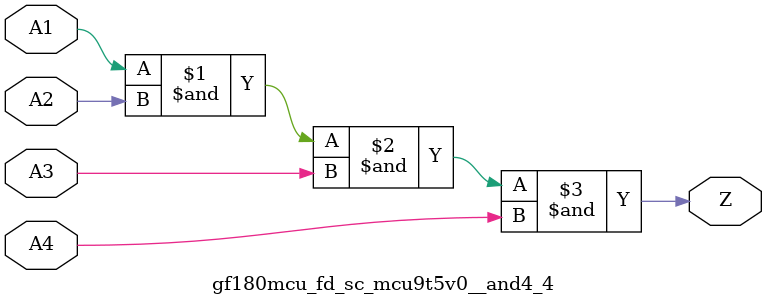
<source format=v>

module gf180mcu_fd_sc_mcu9t5v0__and4_4( A4, A3, A1, A2, Z );
input A1, A2, A3, A4;
output Z;

	and MGM_BG_0( Z, A1, A2, A3, A4 );

endmodule

</source>
